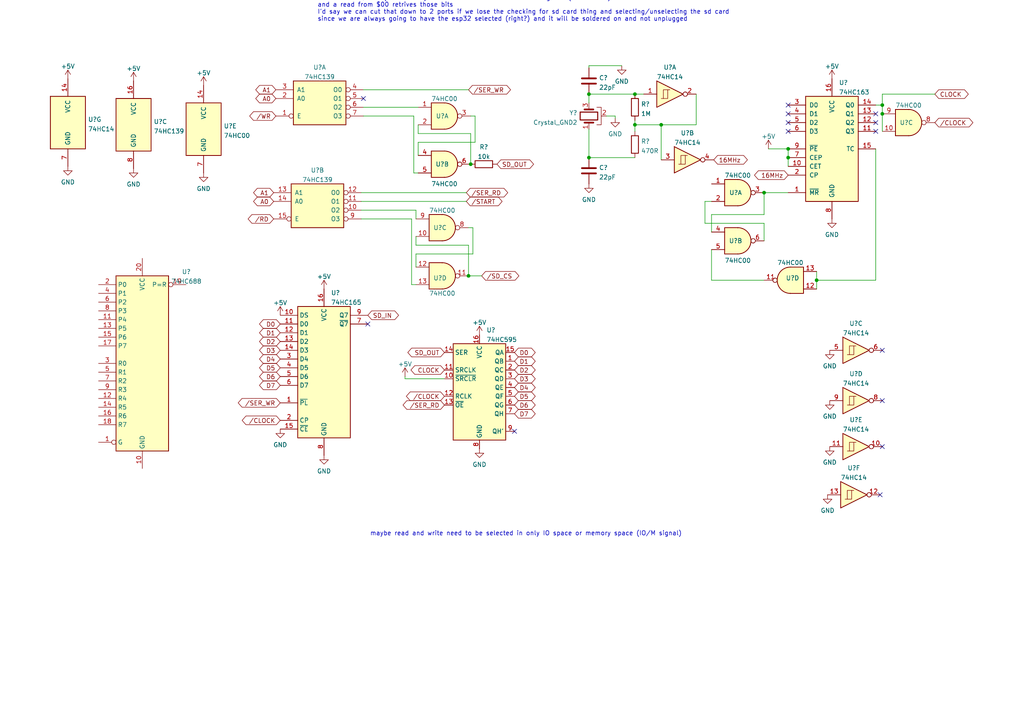
<source format=kicad_sch>
(kicad_sch (version 20211123) (generator eeschema)
  (paper "A4")
  (lib_symbols
    (symbol "74xx:74HC14" (pin_names (offset 1.016))
      (property "Reference" "U" (at 0 1.27 0))
      (property "Value" "74HC14" (at 0 -1.27 0))
      (symbol "74HC14_1_0"
        (polyline (pts (xy -3.81 3.81) (xy -3.81 -3.81) (xy 3.81 0) (xy -3.81 3.81)) (stroke (width 0.254)) (fill (type background)))
        (pin input line (at -7.62 0 0) (length 3.81) (name "~") (number "1"))
        (pin output inverted (at 7.62 0 180) (length 3.81) (name "~") (number "2"))
      )
      (symbol "74HC14_1_1"
        (polyline (pts (xy -1.905 -1.27) (xy -1.905 1.27) (xy -0.635 1.27)))
        (polyline (pts (xy -2.54 -1.27) (xy -0.635 -1.27) (xy -0.635 1.27) (xy 0 1.27)))
      )
      (symbol "74HC14_2_0"
        (polyline (pts (xy -3.81 3.81) (xy -3.81 -3.81) (xy 3.81 0) (xy -3.81 3.81)) (stroke (width 0.254)) (fill (type background)))
        (pin input line (at -7.62 0 0) (length 3.81) (name "~") (number "3"))
        (pin output inverted (at 7.62 0 180) (length 3.81) (name "~") (number "4"))
      )
      (symbol "74HC14_2_1"
        (polyline (pts (xy -1.905 -1.27) (xy -1.905 1.27) (xy -0.635 1.27)))
        (polyline (pts (xy -2.54 -1.27) (xy -0.635 -1.27) (xy -0.635 1.27) (xy 0 1.27)))
      )
      (symbol "74HC14_3_0"
        (polyline (pts (xy -3.81 3.81) (xy -3.81 -3.81) (xy 3.81 0) (xy -3.81 3.81)) (stroke (width 0.254)) (fill (type background)))
        (pin input line (at -7.62 0 0) (length 3.81) (name "~") (number "5"))
        (pin output inverted (at 7.62 0 180) (length 3.81) (name "~") (number "6"))
      )
      (symbol "74HC14_3_1"
        (polyline (pts (xy -1.905 -1.27) (xy -1.905 1.27) (xy -0.635 1.27)))
        (polyline (pts (xy -2.54 -1.27) (xy -0.635 -1.27) (xy -0.635 1.27) (xy 0 1.27)))
      )
      (symbol "74HC14_4_0"
        (polyline (pts (xy -3.81 3.81) (xy -3.81 -3.81) (xy 3.81 0) (xy -3.81 3.81)) (stroke (width 0.254)) (fill (type background)))
        (pin output inverted (at 7.62 0 180) (length 3.81) (name "~") (number "8"))
        (pin input line (at -7.62 0 0) (length 3.81) (name "~") (number "9"))
      )
      (symbol "74HC14_4_1"
        (polyline (pts (xy -1.905 -1.27) (xy -1.905 1.27) (xy -0.635 1.27)))
        (polyline (pts (xy -2.54 -1.27) (xy -0.635 -1.27) (xy -0.635 1.27) (xy 0 1.27)))
      )
      (symbol "74HC14_5_0"
        (polyline (pts (xy -3.81 3.81) (xy -3.81 -3.81) (xy 3.81 0) (xy -3.81 3.81)) (stroke (width 0.254)) (fill (type background)))
        (pin output inverted (at 7.62 0 180) (length 3.81) (name "~") (number "10"))
        (pin input line (at -7.62 0 0) (length 3.81) (name "~") (number "11"))
      )
      (symbol "74HC14_5_1"
        (polyline (pts (xy -1.905 -1.27) (xy -1.905 1.27) (xy -0.635 1.27)))
        (polyline (pts (xy -2.54 -1.27) (xy -0.635 -1.27) (xy -0.635 1.27) (xy 0 1.27)))
      )
      (symbol "74HC14_6_0"
        (polyline (pts (xy -3.81 3.81) (xy -3.81 -3.81) (xy 3.81 0) (xy -3.81 3.81)) (stroke (width 0.254)) (fill (type background)))
        (pin output inverted (at 7.62 0 180) (length 3.81) (name "~") (number "12"))
        (pin input line (at -7.62 0 0) (length 3.81) (name "~") (number "13"))
      )
      (symbol "74HC14_6_1"
        (polyline (pts (xy -1.905 -1.27) (xy -1.905 1.27) (xy -0.635 1.27)))
        (polyline (pts (xy -2.54 -1.27) (xy -0.635 -1.27) (xy -0.635 1.27) (xy 0 1.27)))
      )
      (symbol "74HC14_7_0"
        (pin power_in line (at 0 12.7 270) (length 5.08) (name "VCC") (number "14"))
        (pin power_in line (at 0 -12.7 90) (length 5.08) (name "GND") (number "7"))
      )
      (symbol "74HC14_7_1"
        (rectangle (start -5.08 7.62) (end 5.08 -7.62) (stroke (width 0.254)) (fill (type background)))
      )
    )
    (symbol "74xx:74HC688"
      (property "Reference" "U" (at -7.62 26.67 0))
      (property "Value" "74HC688" (at -7.62 -26.67 0))
      (symbol "74HC688_1_0"
        (pin input inverted (at -12.7 -22.86 0) (length 5.08) (name "G") (number "1"))
        (pin power_in line (at 0 -30.48 90) (length 5.08) (name "GND") (number "10"))
        (pin input line (at -12.7 12.7 0) (length 5.08) (name "P4") (number "11"))
        (pin input line (at -12.7 -10.16 0) (length 5.08) (name "R4") (number "12"))
        (pin input line (at -12.7 10.16 0) (length 5.08) (name "P5") (number "13"))
        (pin input line (at -12.7 -12.7 0) (length 5.08) (name "R5") (number "14"))
        (pin input line (at -12.7 7.62 0) (length 5.08) (name "P6") (number "15"))
        (pin input line (at -12.7 -15.24 0) (length 5.08) (name "R6") (number "16"))
        (pin input line (at -12.7 5.08 0) (length 5.08) (name "P7") (number "17"))
        (pin input line (at -12.7 -17.78 0) (length 5.08) (name "R7") (number "18"))
        (pin output inverted (at 12.7 22.86 180) (length 5.08) (name "P=R") (number "19"))
        (pin input line (at -12.7 22.86 0) (length 5.08) (name "P0") (number "2"))
        (pin power_in line (at 0 30.48 270) (length 5.08) (name "VCC") (number "20"))
        (pin input line (at -12.7 0 0) (length 5.08) (name "R0") (number "3"))
        (pin input line (at -12.7 20.32 0) (length 5.08) (name "P1") (number "4"))
        (pin input line (at -12.7 -2.54 0) (length 5.08) (name "R1") (number "5"))
        (pin input line (at -12.7 17.78 0) (length 5.08) (name "P2") (number "6"))
        (pin input line (at -12.7 -5.08 0) (length 5.08) (name "R2") (number "7"))
        (pin input line (at -12.7 15.24 0) (length 5.08) (name "P3") (number "8"))
        (pin input line (at -12.7 -7.62 0) (length 5.08) (name "R3") (number "9"))
      )
      (symbol "74HC688_1_1"
        (rectangle (start -7.62 25.4) (end 7.62 -25.4) (stroke (width 0.254)) (fill (type background)))
      )
    )
    (symbol "74xx:74LS00" (pin_names (offset 1.016))
      (property "Reference" "U" (at 0 1.27 0))
      (property "Value" "74LS00" (at 0 -1.27 0))
      (symbol "74LS00_1_1"
        (arc (start 0 -3.81) (mid 3.81 0) (end 0 3.81) (stroke (width 0.254)) (fill (type background)))
        (polyline (pts (xy 0 3.81) (xy -3.81 3.81) (xy -3.81 -3.81) (xy 0 -3.81)) (stroke (width 0.254)) (fill (type background)))
        (pin input line (at -7.62 2.54 0) (length 3.81) (name "~") (number "1"))
        (pin input line (at -7.62 -2.54 0) (length 3.81) (name "~") (number "2"))
        (pin output inverted (at 7.62 0 180) (length 3.81) (name "~") (number "3"))
      )
      (symbol "74LS00_1_2"
        (arc (start -3.81 -3.81) (mid -2.589 0) (end -3.81 3.81) (stroke (width 0.254)))
        (arc (start -0.6096 -3.81) (mid 2.1855 -2.584) (end 3.81 0) (stroke (width 0.254)) (fill (type background)))
        (polyline (pts (xy -3.81 -3.81) (xy -0.635 -3.81)) (stroke (width 0.254)) (fill (type background)))
        (polyline (pts (xy -3.81 3.81) (xy -0.635 3.81)) (stroke (width 0.254)) (fill (type background)))
        (polyline (pts (xy -0.635 3.81) (xy -3.81 3.81) (xy -3.81 3.81) (xy -3.556 3.4036) (xy -3.0226 2.2606) (xy -2.6924 1.0414) (xy -2.6162 -0.254) (xy -2.7686 -1.4986) (xy -3.175 -2.7178) (xy -3.81 -3.81) (xy -3.81 -3.81) (xy -0.635 -3.81)) (stroke (width -25.4)) (fill (type background)))
        (arc (start 3.81 0) (mid 2.1928 2.5925) (end -0.6096 3.81) (stroke (width 0.254)) (fill (type background)))
        (pin input inverted (at -7.62 2.54 0) (length 4.318) (name "~") (number "1"))
        (pin input inverted (at -7.62 -2.54 0) (length 4.318) (name "~") (number "2"))
        (pin output line (at 7.62 0 180) (length 3.81) (name "~") (number "3"))
      )
      (symbol "74LS00_2_1"
        (arc (start 0 -3.81) (mid 3.81 0) (end 0 3.81) (stroke (width 0.254)) (fill (type background)))
        (polyline (pts (xy 0 3.81) (xy -3.81 3.81) (xy -3.81 -3.81) (xy 0 -3.81)) (stroke (width 0.254)) (fill (type background)))
        (pin input line (at -7.62 2.54 0) (length 3.81) (name "~") (number "4"))
        (pin input line (at -7.62 -2.54 0) (length 3.81) (name "~") (number "5"))
        (pin output inverted (at 7.62 0 180) (length 3.81) (name "~") (number "6"))
      )
      (symbol "74LS00_2_2"
        (arc (start -3.81 -3.81) (mid -2.589 0) (end -3.81 3.81) (stroke (width 0.254)))
        (arc (start -0.6096 -3.81) (mid 2.1855 -2.584) (end 3.81 0) (stroke (width 0.254)) (fill (type background)))
        (polyline (pts (xy -3.81 -3.81) (xy -0.635 -3.81)) (stroke (width 0.254)) (fill (type background)))
        (polyline (pts (xy -3.81 3.81) (xy -0.635 3.81)) (stroke (width 0.254)) (fill (type background)))
        (polyline (pts (xy -0.635 3.81) (xy -3.81 3.81) (xy -3.81 3.81) (xy -3.556 3.4036) (xy -3.0226 2.2606) (xy -2.6924 1.0414) (xy -2.6162 -0.254) (xy -2.7686 -1.4986) (xy -3.175 -2.7178) (xy -3.81 -3.81) (xy -3.81 -3.81) (xy -0.635 -3.81)) (stroke (width -25.4)) (fill (type background)))
        (arc (start 3.81 0) (mid 2.1928 2.5925) (end -0.6096 3.81) (stroke (width 0.254)) (fill (type background)))
        (pin input inverted (at -7.62 2.54 0) (length 4.318) (name "~") (number "4"))
        (pin input inverted (at -7.62 -2.54 0) (length 4.318) (name "~") (number "5"))
        (pin output line (at 7.62 0 180) (length 3.81) (name "~") (number "6"))
      )
      (symbol "74LS00_3_1"
        (arc (start 0 -3.81) (mid 3.81 0) (end 0 3.81) (stroke (width 0.254)) (fill (type background)))
        (polyline (pts (xy 0 3.81) (xy -3.81 3.81) (xy -3.81 -3.81) (xy 0 -3.81)) (stroke (width 0.254)) (fill (type background)))
        (pin input line (at -7.62 -2.54 0) (length 3.81) (name "~") (number "10"))
        (pin output inverted (at 7.62 0 180) (length 3.81) (name "~") (number "8"))
        (pin input line (at -7.62 2.54 0) (length 3.81) (name "~") (number "9"))
      )
      (symbol "74LS00_3_2"
        (arc (start -3.81 -3.81) (mid -2.589 0) (end -3.81 3.81) (stroke (width 0.254)))
        (arc (start -0.6096 -3.81) (mid 2.1855 -2.584) (end 3.81 0) (stroke (width 0.254)) (fill (type background)))
        (polyline (pts (xy -3.81 -3.81) (xy -0.635 -3.81)) (stroke (width 0.254)) (fill (type background)))
        (polyline (pts (xy -3.81 3.81) (xy -0.635 3.81)) (stroke (width 0.254)) (fill (type background)))
        (polyline (pts (xy -0.635 3.81) (xy -3.81 3.81) (xy -3.81 3.81) (xy -3.556 3.4036) (xy -3.0226 2.2606) (xy -2.6924 1.0414) (xy -2.6162 -0.254) (xy -2.7686 -1.4986) (xy -3.175 -2.7178) (xy -3.81 -3.81) (xy -3.81 -3.81) (xy -0.635 -3.81)) (stroke (width -25.4)) (fill (type background)))
        (arc (start 3.81 0) (mid 2.1928 2.5925) (end -0.6096 3.81) (stroke (width 0.254)) (fill (type background)))
        (pin input inverted (at -7.62 -2.54 0) (length 4.318) (name "~") (number "10"))
        (pin output line (at 7.62 0 180) (length 3.81) (name "~") (number "8"))
        (pin input inverted (at -7.62 2.54 0) (length 4.318) (name "~") (number "9"))
      )
      (symbol "74LS00_4_1"
        (arc (start 0 -3.81) (mid 3.81 0) (end 0 3.81) (stroke (width 0.254)) (fill (type background)))
        (polyline (pts (xy 0 3.81) (xy -3.81 3.81) (xy -3.81 -3.81) (xy 0 -3.81)) (stroke (width 0.254)) (fill (type background)))
        (pin output inverted (at 7.62 0 180) (length 3.81) (name "~") (number "11"))
        (pin input line (at -7.62 2.54 0) (length 3.81) (name "~") (number "12"))
        (pin input line (at -7.62 -2.54 0) (length 3.81) (name "~") (number "13"))
      )
      (symbol "74LS00_4_2"
        (arc (start -3.81 -3.81) (mid -2.589 0) (end -3.81 3.81) (stroke (width 0.254)))
        (arc (start -0.6096 -3.81) (mid 2.1855 -2.584) (end 3.81 0) (stroke (width 0.254)) (fill (type background)))
        (polyline (pts (xy -3.81 -3.81) (xy -0.635 -3.81)) (stroke (width 0.254)) (fill (type background)))
        (polyline (pts (xy -3.81 3.81) (xy -0.635 3.81)) (stroke (width 0.254)) (fill (type background)))
        (polyline (pts (xy -0.635 3.81) (xy -3.81 3.81) (xy -3.81 3.81) (xy -3.556 3.4036) (xy -3.0226 2.2606) (xy -2.6924 1.0414) (xy -2.6162 -0.254) (xy -2.7686 -1.4986) (xy -3.175 -2.7178) (xy -3.81 -3.81) (xy -3.81 -3.81) (xy -0.635 -3.81)) (stroke (width -25.4)) (fill (type background)))
        (arc (start 3.81 0) (mid 2.1928 2.5925) (end -0.6096 3.81) (stroke (width 0.254)) (fill (type background)))
        (pin output line (at 7.62 0 180) (length 3.81) (name "~") (number "11"))
        (pin input inverted (at -7.62 2.54 0) (length 4.318) (name "~") (number "12"))
        (pin input inverted (at -7.62 -2.54 0) (length 4.318) (name "~") (number "13"))
      )
      (symbol "74LS00_5_0"
        (pin power_in line (at 0 12.7 270) (length 5.08) (name "VCC") (number "14"))
        (pin power_in line (at 0 -12.7 90) (length 5.08) (name "GND") (number "7"))
      )
      (symbol "74LS00_5_1"
        (rectangle (start -5.08 7.62) (end 5.08 -7.62) (stroke (width 0.254)) (fill (type background)))
      )
    )
    (symbol "74xx:74LS139" (pin_names (offset 1.016))
      (property "Reference" "U" (at -7.62 8.89 0))
      (property "Value" "74LS139" (at -7.62 -8.89 0))
      (symbol "74LS139_1_0"
        (pin input inverted (at -12.7 -5.08 0) (length 5.08) (name "E") (number "1"))
        (pin input line (at -12.7 0 0) (length 5.08) (name "A0") (number "2"))
        (pin input line (at -12.7 2.54 0) (length 5.08) (name "A1") (number "3"))
        (pin output inverted (at 12.7 2.54 180) (length 5.08) (name "O0") (number "4"))
        (pin output inverted (at 12.7 0 180) (length 5.08) (name "O1") (number "5"))
        (pin output inverted (at 12.7 -2.54 180) (length 5.08) (name "O2") (number "6"))
        (pin output inverted (at 12.7 -5.08 180) (length 5.08) (name "O3") (number "7"))
      )
      (symbol "74LS139_1_1"
        (rectangle (start -7.62 5.08) (end 7.62 -7.62) (stroke (width 0.254)) (fill (type background)))
      )
      (symbol "74LS139_2_0"
        (pin output inverted (at 12.7 -2.54 180) (length 5.08) (name "O2") (number "10"))
        (pin output inverted (at 12.7 0 180) (length 5.08) (name "O1") (number "11"))
        (pin output inverted (at 12.7 2.54 180) (length 5.08) (name "O0") (number "12"))
        (pin input line (at -12.7 2.54 0) (length 5.08) (name "A1") (number "13"))
        (pin input line (at -12.7 0 0) (length 5.08) (name "A0") (number "14"))
        (pin input inverted (at -12.7 -5.08 0) (length 5.08) (name "E") (number "15"))
        (pin output inverted (at 12.7 -5.08 180) (length 5.08) (name "O3") (number "9"))
      )
      (symbol "74LS139_2_1"
        (rectangle (start -7.62 5.08) (end 7.62 -7.62) (stroke (width 0.254)) (fill (type background)))
      )
      (symbol "74LS139_3_0"
        (pin power_in line (at 0 12.7 270) (length 5.08) (name "VCC") (number "16"))
        (pin power_in line (at 0 -12.7 90) (length 5.08) (name "GND") (number "8"))
      )
      (symbol "74LS139_3_1"
        (rectangle (start -5.08 7.62) (end 5.08 -7.62) (stroke (width 0.254)) (fill (type background)))
      )
    )
    (symbol "74xx:74LS163" (pin_names (offset 1.016))
      (property "Reference" "U" (at -7.62 16.51 0))
      (property "Value" "74LS163" (at -7.62 -16.51 0))
      (symbol "74LS163_1_0"
        (pin input line (at -12.7 -12.7 0) (length 5.08) (name "~{MR}") (number "1"))
        (pin input line (at -12.7 -5.08 0) (length 5.08) (name "CET") (number "10"))
        (pin output line (at 12.7 5.08 180) (length 5.08) (name "Q3") (number "11"))
        (pin output line (at 12.7 7.62 180) (length 5.08) (name "Q2") (number "12"))
        (pin output line (at 12.7 10.16 180) (length 5.08) (name "Q1") (number "13"))
        (pin output line (at 12.7 12.7 180) (length 5.08) (name "Q0") (number "14"))
        (pin output line (at 12.7 0 180) (length 5.08) (name "TC") (number "15"))
        (pin power_in line (at 0 20.32 270) (length 5.08) (name "VCC") (number "16"))
        (pin input line (at -12.7 -7.62 0) (length 5.08) (name "CP") (number "2"))
        (pin input line (at -12.7 12.7 0) (length 5.08) (name "D0") (number "3"))
        (pin input line (at -12.7 10.16 0) (length 5.08) (name "D1") (number "4"))
        (pin input line (at -12.7 7.62 0) (length 5.08) (name "D2") (number "5"))
        (pin input line (at -12.7 5.08 0) (length 5.08) (name "D3") (number "6"))
        (pin input line (at -12.7 -2.54 0) (length 5.08) (name "CEP") (number "7"))
        (pin power_in line (at 0 -20.32 90) (length 5.08) (name "GND") (number "8"))
        (pin input line (at -12.7 0 0) (length 5.08) (name "~{PE}") (number "9"))
      )
      (symbol "74LS163_1_1"
        (rectangle (start -7.62 15.24) (end 7.62 -15.24) (stroke (width 0.254)) (fill (type background)))
      )
    )
    (symbol "74xx:74LS165"
      (property "Reference" "U" (at -7.62 19.05 0))
      (property "Value" "74LS165" (at -7.62 -21.59 0))
      (symbol "74LS165_1_0"
        (pin input line (at -12.7 -10.16 0) (length 5.08) (name "~{PL}") (number "1"))
        (pin input line (at -12.7 15.24 0) (length 5.08) (name "DS") (number "10"))
        (pin input line (at -12.7 12.7 0) (length 5.08) (name "D0") (number "11"))
        (pin input line (at -12.7 10.16 0) (length 5.08) (name "D1") (number "12"))
        (pin input line (at -12.7 7.62 0) (length 5.08) (name "D2") (number "13"))
        (pin input line (at -12.7 5.08 0) (length 5.08) (name "D3") (number "14"))
        (pin input line (at -12.7 -17.78 0) (length 5.08) (name "~{CE}") (number "15"))
        (pin power_in line (at 0 22.86 270) (length 5.08) (name "VCC") (number "16"))
        (pin input line (at -12.7 -15.24 0) (length 5.08) (name "CP") (number "2"))
        (pin input line (at -12.7 2.54 0) (length 5.08) (name "D4") (number "3"))
        (pin input line (at -12.7 0 0) (length 5.08) (name "D5") (number "4"))
        (pin input line (at -12.7 -2.54 0) (length 5.08) (name "D6") (number "5"))
        (pin input line (at -12.7 -5.08 0) (length 5.08) (name "D7") (number "6"))
        (pin output line (at 12.7 12.7 180) (length 5.08) (name "~{Q7}") (number "7"))
        (pin power_in line (at 0 -25.4 90) (length 5.08) (name "GND") (number "8"))
        (pin output line (at 12.7 15.24 180) (length 5.08) (name "Q7") (number "9"))
      )
      (symbol "74LS165_1_1"
        (rectangle (start -7.62 17.78) (end 7.62 -20.32) (stroke (width 0.254)) (fill (type background)))
      )
    )
    (symbol "74xx:74LS595"
      (property "Reference" "U" (at -7.62 13.97 0))
      (property "Value" "74LS595" (at -7.62 -16.51 0))
      (symbol "74LS595_1_0"
        (pin tri_state line (at 10.16 7.62 180) (length 2.54) (name "QB") (number "1"))
        (pin input line (at -10.16 2.54 0) (length 2.54) (name "~{SRCLR}") (number "10"))
        (pin input line (at -10.16 5.08 0) (length 2.54) (name "SRCLK") (number "11"))
        (pin input line (at -10.16 -2.54 0) (length 2.54) (name "RCLK") (number "12"))
        (pin input line (at -10.16 -5.08 0) (length 2.54) (name "~{OE}") (number "13"))
        (pin input line (at -10.16 10.16 0) (length 2.54) (name "SER") (number "14"))
        (pin tri_state line (at 10.16 10.16 180) (length 2.54) (name "QA") (number "15"))
        (pin power_in line (at 0 15.24 270) (length 2.54) (name "VCC") (number "16"))
        (pin tri_state line (at 10.16 5.08 180) (length 2.54) (name "QC") (number "2"))
        (pin tri_state line (at 10.16 2.54 180) (length 2.54) (name "QD") (number "3"))
        (pin tri_state line (at 10.16 0 180) (length 2.54) (name "QE") (number "4"))
        (pin tri_state line (at 10.16 -2.54 180) (length 2.54) (name "QF") (number "5"))
        (pin tri_state line (at 10.16 -5.08 180) (length 2.54) (name "QG") (number "6"))
        (pin tri_state line (at 10.16 -7.62 180) (length 2.54) (name "QH") (number "7"))
        (pin power_in line (at 0 -17.78 90) (length 2.54) (name "GND") (number "8"))
        (pin output line (at 10.16 -12.7 180) (length 2.54) (name "QH'") (number "9"))
      )
      (symbol "74LS595_1_1"
        (rectangle (start -7.62 12.7) (end 7.62 -15.24) (stroke (width 0.254)) (fill (type background)))
      )
    )
    (symbol "Device:C" (pin_numbers hide) (pin_names (offset 0.254))
      (property "Reference" "C" (at 0.635 2.54 0))
      (property "Value" "C" (at 0.635 -2.54 0))
      (symbol "C_0_1"
        (polyline (pts (xy -2.032 -0.762) (xy 2.032 -0.762)) (stroke (width 0.508)))
        (polyline (pts (xy -2.032 0.762) (xy 2.032 0.762)) (stroke (width 0.508)))
      )
      (symbol "C_1_1"
        (pin passive line (at 0 3.81 270) (length 2.794) (name "~") (number "1"))
        (pin passive line (at 0 -3.81 90) (length 2.794) (name "~") (number "2"))
      )
    )
    (symbol "Device:Crystal_GND2" (pin_names (offset 1.016) hide)
      (property "Reference" "Y" (at 0 5.715 0))
      (property "Value" "Crystal_GND2" (at 0 3.81 0))
      (symbol "Crystal_GND2_0_1"
        (rectangle (start -1.143 2.54) (end 1.143 -2.54) (stroke (width 0.3048)))
        (polyline (pts (xy -2.54 0) (xy -1.905 0)))
        (polyline (pts (xy -1.905 -1.27) (xy -1.905 1.27)) (stroke (width 0.508)))
        (polyline (pts (xy 0 -3.81) (xy 0 -3.556)))
        (polyline (pts (xy 1.905 0) (xy 2.54 0)))
        (polyline (pts (xy 1.905 1.27) (xy 1.905 -1.27)) (stroke (width 0.508)))
        (polyline (pts (xy -2.54 -2.286) (xy -2.54 -3.556) (xy 2.54 -3.556) (xy 2.54 -2.286)))
      )
      (symbol "Crystal_GND2_1_1"
        (pin passive line (at -3.81 0 0) (length 1.27) (name "1") (number "1"))
        (pin passive line (at 0 -5.08 90) (length 1.27) (name "2") (number "2"))
        (pin passive line (at 3.81 0 180) (length 1.27) (name "3") (number "3"))
      )
    )
    (symbol "Device:R" (pin_numbers hide) (pin_names (offset 0))
      (property "Reference" "R" (at 2.032 0 90))
      (property "Value" "R" (at 0 0 90))
      (symbol "R_0_1"
        (rectangle (start -1.016 -2.54) (end 1.016 2.54) (stroke (width 0.254)))
      )
      (symbol "R_1_1"
        (pin passive line (at 0 3.81 270) (length 1.27) (name "~") (number "1"))
        (pin passive line (at 0 -3.81 90) (length 1.27) (name "~") (number "2"))
      )
    )
    (symbol "power:+5V" (power) (pin_names (offset 0))
      (property "Value" "+5V" (at 0 3.556 0))
      (symbol "+5V_0_1"
        (polyline (pts (xy -0.762 1.27) (xy 0 2.54)))
        (polyline (pts (xy 0 0) (xy 0 2.54)))
        (polyline (pts (xy 0 2.54) (xy 0.762 1.27)))
      )
      (symbol "+5V_1_1"
        (pin power_in line (at 0 0 90) (length 0) hide (name "+5V") (number "1"))
      )
    )
    (symbol "power:GND" (power) (pin_names (offset 0))
      (property "Value" "GND" (at 0 -3.81 0))
      (symbol "GND_0_1"
        (polyline (pts (xy 0 0) (xy 0 -1.27) (xy 1.27 -1.27) (xy 0 -2.54) (xy -1.27 -1.27) (xy 0 -1.27)))
      )
      (symbol "GND_1_1"
        (pin power_in line (at 0 0 270) (length 0) hide (name "GND") (number "1"))
      )
    )
  )
  (junction (at 170.815 27.305))
  (junction (at 184.15 36.195))
  (junction (at 184.15 27.305))
  (junction (at 236.855 81.28))
  (junction (at 255.905 33.02))
  (junction (at 228.6 45.72))
  (junction (at 191.77 36.195))
  (junction (at 255.905 30.48))
  (junction (at 170.815 45.72))
  (junction (at 135.89 80.01))
  (junction (at 228.6 43.18))
  (junction (at 136.525 47.625))
  (junction (at 221.615 55.88))
  (no_connect (at 228.6 35.56))
  (no_connect (at 255.905 129.54))
  (no_connect (at 228.6 33.02))
  (no_connect (at 254 38.1))
  (no_connect (at 255.905 116.205))
  (no_connect (at 228.6 38.1))
  (no_connect (at 149.225 125.095))
  (no_connect (at 255.27 143.51))
  (no_connect (at 105.41 28.575))
  (no_connect (at 106.68 93.98))
  (no_connect (at 228.6 30.48))
  (no_connect (at 254 33.02))
  (no_connect (at 254 35.56))
  (no_connect (at 255.905 101.6))
  (wire (pts (xy 136.525 33.655) (xy 137.795 33.655)))
  (wire (pts (xy 135.89 66.04) (xy 137.16 66.04)))
  (wire (pts (xy 254 43.18) (xy 254 81.28)))
  (wire (pts (xy 221.615 64.77) (xy 221.615 69.85)))
  (wire (pts (xy 120.015 33.655) (xy 120.015 50.165)))
  (wire (pts (xy 117.475 109.855) (xy 117.475 109.22)))
  (wire (pts (xy 221.615 81.28) (xy 206.375 81.28)))
  (wire (pts (xy 255.905 33.02) (xy 255.905 38.1)))
  (wire (pts (xy 206.375 58.42) (xy 204.47 58.42)))
  (wire (pts (xy 135.89 71.12) (xy 135.89 80.01)))
  (wire (pts (xy 104.775 63.5) (xy 119.38 63.5)))
  (wire (pts (xy 221.615 62.23) (xy 206.375 62.23)))
  (wire (pts (xy 104.775 55.88) (xy 135.255 55.88)))
  (wire (pts (xy 201.93 27.305) (xy 201.93 36.195)))
  (wire (pts (xy 204.47 58.42) (xy 204.47 64.77)))
  (wire (pts (xy 105.41 31.115) (xy 121.285 31.115)))
  (wire (pts (xy 236.855 78.74) (xy 236.855 81.28)))
  (wire (pts (xy 120.65 68.58) (xy 120.65 71.12)))
  (wire (pts (xy 170.815 27.305) (xy 170.815 29.845)))
  (wire (pts (xy 184.15 27.305) (xy 170.815 27.305)))
  (wire (pts (xy 180.34 19.05) (xy 170.815 19.05)))
  (wire (pts (xy 120.65 71.12) (xy 135.89 71.12)))
  (wire (pts (xy 184.15 36.195) (xy 184.15 38.1)))
  (wire (pts (xy 221.615 55.88) (xy 221.615 62.23)))
  (wire (pts (xy 119.38 82.55) (xy 120.65 82.55)))
  (wire (pts (xy 104.775 58.42) (xy 135.255 58.42)))
  (wire (pts (xy 191.77 36.195) (xy 201.93 36.195)))
  (wire (pts (xy 104.775 60.96) (xy 120.65 60.96)))
  (wire (pts (xy 137.795 33.655) (xy 137.795 41.275)))
  (wire (pts (xy 236.855 81.28) (xy 236.855 83.82)))
  (wire (pts (xy 184.15 34.925) (xy 184.15 36.195)))
  (wire (pts (xy 170.815 45.72) (xy 184.15 45.72)))
  (wire (pts (xy 175.895 33.655) (xy 178.435 33.655)))
  (wire (pts (xy 255.905 30.48) (xy 255.905 33.02)))
  (wire (pts (xy 170.815 37.465) (xy 170.815 45.72)))
  (wire (pts (xy 105.41 33.655) (xy 120.015 33.655)))
  (wire (pts (xy 254 30.48) (xy 255.905 30.48)))
  (wire (pts (xy 255.905 27.305) (xy 271.145 27.305)))
  (wire (pts (xy 184.15 27.305) (xy 186.69 27.305)))
  (wire (pts (xy 254 81.28) (xy 236.855 81.28)))
  (wire (pts (xy 206.375 81.28) (xy 206.375 72.39)))
  (wire (pts (xy 221.615 55.88) (xy 228.6 55.88)))
  (wire (pts (xy 206.375 62.23) (xy 206.375 67.31)))
  (wire (pts (xy 228.6 43.18) (xy 222.885 43.18)))
  (wire (pts (xy 255.905 30.48) (xy 255.905 27.305)))
  (wire (pts (xy 120.015 50.165) (xy 121.285 50.165)))
  (wire (pts (xy 137.16 73.66) (xy 120.65 73.66)))
  (wire (pts (xy 191.77 36.195) (xy 191.77 46.355)))
  (wire (pts (xy 204.47 64.77) (xy 221.615 64.77)))
  (wire (pts (xy 170.815 19.05) (xy 170.815 19.685)))
  (wire (pts (xy 121.285 36.195) (xy 121.285 38.735)))
  (wire (pts (xy 135.89 80.01) (xy 139.7 80.01)))
  (wire (pts (xy 128.905 109.855) (xy 117.475 109.855)))
  (wire (pts (xy 119.38 63.5) (xy 119.38 82.55)))
  (wire (pts (xy 178.435 33.655) (xy 178.435 34.29)))
  (wire (pts (xy 121.285 38.735) (xy 136.525 38.735)))
  (wire (pts (xy 105.41 26.035) (xy 135.89 26.035)))
  (wire (pts (xy 121.285 41.275) (xy 121.285 45.085)))
  (wire (pts (xy 137.16 66.04) (xy 137.16 73.66)))
  (wire (pts (xy 228.6 48.26) (xy 228.6 45.72)))
  (wire (pts (xy 184.15 36.195) (xy 191.77 36.195)))
  (wire (pts (xy 136.525 38.735) (xy 136.525 47.625)))
  (wire (pts (xy 137.795 41.275) (xy 121.285 41.275)))
  (wire (pts (xy 120.65 73.66) (xy 120.65 77.47)))
  (wire (pts (xy 120.65 60.96) (xy 120.65 63.5)))
  (wire (pts (xy 228.6 45.72) (xy 228.6 43.18)))
  (text "maybe read and write need to be selected in only IO space or memory space (IO/M signal)\n" (at 107.315 155.575 0) (effects (font (size 1.27 1.27)) (justify left bottom)))
  (text "we need 4 ports for this exact circuit\na write to $00 writes a byte out\na write to $01 goes nowhere\na write to $02 sets (or unsets?) the SD_OUT teltale to see if a spi device is present\nand a write to $03 does the opposite\na read from $02 and $03 set or unset the CS line\nwhich we may not care about\na read from $01 asynchronously clocks in 8 data bits to a shift register (kicks it off)\nand a read from $00 retrives those bits\nI'd say we can cut that down to 2 ports if we lose the checking for sd card thing and selecting/unselecting the sd card\nsince we are always going to have the esp32 selected (right?) and it will be soldered on and not unplugged" (at 92.075 6.35 0) (effects (font (size 1.27 1.27)) (justify left bottom)))
  (global_label "A0" (shape bidirectional) (at 79.375 58.42 180) (property "Intersheet References" "${INTERSHEET_REFS}" (effects hide)))
  (global_label "D3" (shape bidirectional) (at 81.28 101.6 180) (property "Intersheet References" "${INTERSHEET_REFS}" (effects hide)))
  (global_label "16MHz" (shape bidirectional) (at 207.01 46.355 0) (property "Intersheet References" "${INTERSHEET_REFS}" (effects hide)))
  (global_label "A0" (shape bidirectional) (at 80.01 28.575 180) (property "Intersheet References" "${INTERSHEET_REFS}" (effects hide)))
  (global_label "D1" (shape bidirectional) (at 149.225 104.775 0) (property "Intersheet References" "${INTERSHEET_REFS}" (effects hide)))
  (global_label "D4" (shape bidirectional) (at 81.28 104.14 180) (property "Intersheet References" "${INTERSHEET_REFS}" (effects hide)))
  (global_label "D2" (shape bidirectional) (at 149.225 107.315 0) (property "Intersheet References" "${INTERSHEET_REFS}" (effects hide)))
  (global_label "D0" (shape bidirectional) (at 149.225 102.235 0) (property "Intersheet References" "${INTERSHEET_REFS}" (effects hide)))
  (global_label "{slash}SER_WR" (shape bidirectional) (at 81.28 116.84 180) (property "Intersheet References" "${INTERSHEET_REFS}" (effects hide)))
  (global_label "{slash}SER_RD" (shape bidirectional) (at 128.905 117.475 180) (property "Intersheet References" "${INTERSHEET_REFS}" (effects hide)))
  (global_label "D1" (shape bidirectional) (at 81.28 96.52 180) (property "Intersheet References" "${INTERSHEET_REFS}" (effects hide)))
  (global_label "D0" (shape bidirectional) (at 81.28 93.98 180) (property "Intersheet References" "${INTERSHEET_REFS}" (effects hide)))
  (global_label "{slash}WR" (shape bidirectional) (at 80.01 33.655 180) (property "Intersheet References" "${INTERSHEET_REFS}" (effects hide)))
  (global_label "SD_OUT" (shape bidirectional) (at 144.145 47.625 0) (property "Intersheet References" "${INTERSHEET_REFS}" (effects hide)))
  (global_label "SD_OUT" (shape bidirectional) (at 128.905 102.235 180) (property "Intersheet References" "${INTERSHEET_REFS}" (effects hide)))
  (global_label "D7" (shape bidirectional) (at 81.28 111.76 180) (property "Intersheet References" "${INTERSHEET_REFS}" (effects hide)))
  (global_label "{slash}SER_RD" (shape bidirectional) (at 135.255 55.88 0) (property "Intersheet References" "${INTERSHEET_REFS}" (effects hide)))
  (global_label "{slash}CLOCK" (shape bidirectional) (at 271.145 35.56 0) (property "Intersheet References" "${INTERSHEET_REFS}" (effects hide)))
  (global_label "SD_IN" (shape bidirectional) (at 106.68 91.44 0) (property "Intersheet References" "${INTERSHEET_REFS}" (effects hide)))
  (global_label "{slash}CLOCK" (shape bidirectional) (at 81.28 121.92 180) (property "Intersheet References" "${INTERSHEET_REFS}" (effects hide)))
  (global_label "A1" (shape bidirectional) (at 79.375 55.88 180) (property "Intersheet References" "${INTERSHEET_REFS}" (effects hide)))
  (global_label "{slash}CLOCK" (shape bidirectional) (at 128.905 114.935 180) (property "Intersheet References" "${INTERSHEET_REFS}" (effects hide)))
  (global_label "D7" (shape bidirectional) (at 149.225 120.015 0) (property "Intersheet References" "${INTERSHEET_REFS}" (effects hide)))
  (global_label "D4" (shape bidirectional) (at 149.225 112.395 0) (property "Intersheet References" "${INTERSHEET_REFS}" (effects hide)))
  (global_label "{slash}RD" (shape bidirectional) (at 79.375 63.5 180) (property "Intersheet References" "${INTERSHEET_REFS}" (effects hide)))
  (global_label "D5" (shape bidirectional) (at 149.225 114.935 0) (property "Intersheet References" "${INTERSHEET_REFS}" (effects hide)))
  (global_label "D6" (shape bidirectional) (at 149.225 117.475 0) (property "Intersheet References" "${INTERSHEET_REFS}" (effects hide)))
  (global_label "A1" (shape bidirectional) (at 80.01 26.035 180) (property "Intersheet References" "${INTERSHEET_REFS}" (effects hide)))
  (global_label "D6" (shape bidirectional) (at 81.28 109.22 180) (property "Intersheet References" "${INTERSHEET_REFS}" (effects hide)))
  (global_label "{slash}SER_WR" (shape bidirectional) (at 135.89 26.035 0) (property "Intersheet References" "${INTERSHEET_REFS}" (effects hide)))
  (global_label "D5" (shape bidirectional) (at 81.28 106.68 180) (property "Intersheet References" "${INTERSHEET_REFS}" (effects hide)))
  (global_label "16MHz" (shape bidirectional) (at 228.6 50.8 180) (property "Intersheet References" "${INTERSHEET_REFS}" (effects hide)))
  (global_label "D2" (shape bidirectional) (at 81.28 99.06 180) (property "Intersheet References" "${INTERSHEET_REFS}" (effects hide)))
  (global_label "{slash}SD_CS" (shape bidirectional) (at 139.7 80.01 0) (property "Intersheet References" "${INTERSHEET_REFS}" (effects hide)))
  (global_label "D3" (shape bidirectional) (at 149.225 109.855 0) (property "Intersheet References" "${INTERSHEET_REFS}" (effects hide)))
  (global_label "{slash}START" (shape bidirectional) (at 135.255 58.42 0) (property "Intersheet References" "${INTERSHEET_REFS}" (effects hide)))
  (global_label "CLOCK" (shape bidirectional) (at 271.145 27.305 0) (property "Intersheet References" "${INTERSHEET_REFS}" (effects hide)))
  (global_label "CLOCK" (shape bidirectional) (at 128.905 107.315 180) (property "Intersheet References" "${INTERSHEET_REFS}" (effects hide)))
  (symbol (lib_id "power:GND") (at 93.98 132.08 0) (unit 1)
    (property "Reference" "#PWR?" (effects hide))
    (property "Value" "GND" (at 93.98 136.6425 0))
  )
  (symbol (lib_id "74xx:74HC14") (at 194.31 27.305 0) (unit 1)
    (property "Reference" "U?" (at 194.31 19.5285 0))
    (property "Value" "74HC14" (at 194.31 22.3036 0))
    (property "Datasheet" "http://www.ti.com/lit/gpn/sn74HC14" (effects hide))
  )
  (symbol (lib_id "74xx:74HC688") (at 41.275 105.41 0) (unit 1)
    (property "Reference" "U?" (at 54.0604 78.8248 0))
    (property "Value" "74HC688" (at 54.0604 81.5999 0))
    (property "Datasheet" "https://www.ti.com/lit/ds/symlink/cd54hc688.pdf" (effects hide))
  )
  (symbol (lib_id "power:+5V") (at 222.885 43.18 0) (unit 1)
    (property "Reference" "#PWR?" (effects hide))
    (property "Value" "+5V" (at 222.885 39.5755 0))
  )
  (symbol (lib_id "Device:R") (at 140.335 47.625 90) (unit 1)
    (property "Reference" "R?" (at 140.335 42.6425 90))
    (property "Value" "10k" (at 140.335 45.4176 90))
  )
  (symbol (lib_id "power:+5V") (at 117.475 109.22 0) (unit 1)
    (property "Reference" "#PWR?" (effects hide))
    (property "Value" "+5V" (at 117.475 105.6155 0))
  )
  (symbol (lib_id "power:GND") (at 180.34 19.05 0) (unit 1)
    (property "Reference" "#PWR?" (effects hide))
    (property "Value" "GND" (at 180.34 23.6125 0))
  )
  (symbol (lib_id "74xx:74LS00") (at 213.995 69.85 0) (unit 2)
    (property "Reference" "U?" (at 213.36 69.85 0))
    (property "Value" "74HC00" (at 213.995 75.565 0))
    (property "Datasheet" "http://www.ti.com/lit/gpn/sn74ls00" (effects hide))
  )
  (symbol (lib_id "power:GND") (at 38.735 48.895 0) (unit 1)
    (property "Reference" "#PWR?" (effects hide))
    (property "Value" "GND" (at 38.735 53.4575 0))
  )
  (symbol (lib_id "74xx:74HC14") (at 248.285 116.205 0) (unit 4)
    (property "Reference" "U?" (at 248.285 108.4285 0))
    (property "Value" "74HC14" (at 248.285 111.2036 0))
    (property "Datasheet" "http://www.ti.com/lit/gpn/sn74HC14" (effects hide))
  )
  (symbol (lib_id "power:+5V") (at 241.3 22.86 0) (unit 1)
    (property "Reference" "#PWR?" (effects hide))
    (property "Value" "+5V" (at 241.3 19.2555 0))
  )
  (symbol (lib_id "Device:R") (at 184.15 31.115 0) (unit 1)
    (property "Reference" "R?" (at 185.928 30.2065 0) (effects (justify left)))
    (property "Value" "1M" (at 185.928 32.9816 0) (effects (justify left)))
  )
  (symbol (lib_id "74xx:74LS595") (at 139.065 112.395 0) (unit 1)
    (property "Reference" "U?" (at 141.0844 95.7285 0) (effects (justify left)))
    (property "Value" "74HC595" (at 141.0844 98.5036 0) (effects (justify left)))
    (property "Datasheet" "http://www.ti.com/lit/gpn/sn74ls595" (effects hide))
  )
  (symbol (lib_id "74xx:74LS00") (at 128.905 33.655 0) (unit 1)
    (property "Reference" "U?" (at 128.27 33.655 0))
    (property "Value" "74HC00" (at 128.905 28.6536 0))
    (property "Datasheet" "http://www.ti.com/lit/gpn/sn74ls00" (effects hide))
  )
  (symbol (lib_id "74xx:74LS00") (at 59.055 37.465 0) (unit 5)
    (property "Reference" "U?" (at 64.897 36.5565 0) (effects (justify left)))
    (property "Value" "74HC00" (at 64.897 39.3316 0) (effects (justify left)))
    (property "Datasheet" "http://www.ti.com/lit/gpn/sn74ls00" (effects hide))
  )
  (symbol (lib_id "74xx:74HC14") (at 247.65 143.51 0) (unit 6)
    (property "Reference" "U?" (at 247.65 135.7335 0))
    (property "Value" "74HC14" (at 247.65 138.5086 0))
    (property "Datasheet" "http://www.ti.com/lit/gpn/sn74HC14" (effects hide))
  )
  (symbol (lib_id "power:GND") (at 240.665 116.205 0) (unit 1)
    (property "Reference" "#PWR?" (effects hide))
    (property "Value" "GND" (at 240.665 120.7675 0))
  )
  (symbol (lib_id "74xx:74LS165") (at 93.98 106.68 0) (unit 1)
    (property "Reference" "U?" (at 95.9994 84.9335 0) (effects (justify left)))
    (property "Value" "74HC165" (at 95.9994 87.7086 0) (effects (justify left)))
    (property "Datasheet" "https://www.ti.com/lit/ds/symlink/sn74ls165a.pdf" (effects hide))
  )
  (symbol (lib_id "power:+5V") (at 59.055 24.765 0) (unit 1)
    (property "Reference" "#PWR?" (effects hide))
    (property "Value" "+5V" (at 59.055 21.1605 0))
  )
  (symbol (lib_id "74xx:74LS00") (at 128.27 66.04 0) (unit 3)
    (property "Reference" "U?" (at 127.635 66.04 0))
    (property "Value" "74HC00" (at 128.27 61.0386 0))
    (property "Datasheet" "http://www.ti.com/lit/gpn/sn74ls00" (effects hide))
  )
  (symbol (lib_id "74xx:74HC14") (at 199.39 46.355 0) (unit 2)
    (property "Reference" "U?" (at 199.39 38.5785 0))
    (property "Value" "74HC14" (at 199.39 41.3536 0))
    (property "Datasheet" "http://www.ti.com/lit/gpn/sn74HC14" (effects hide))
  )
  (symbol (lib_id "power:+5V") (at 81.28 91.44 0) (unit 1)
    (property "Reference" "#PWR?" (effects hide))
    (property "Value" "+5V" (at 81.28 87.8355 0))
  )
  (symbol (lib_id "power:GND") (at 241.3 63.5 0) (unit 1)
    (property "Reference" "#PWR?" (effects hide))
    (property "Value" "GND" (at 241.3 68.0625 0))
  )
  (symbol (lib_id "power:GND") (at 178.435 34.29 0) (unit 1)
    (property "Reference" "#PWR?" (effects hide))
    (property "Value" "GND" (at 178.435 38.8525 0))
  )
  (symbol (lib_id "Device:R") (at 184.15 41.91 0) (unit 1)
    (property "Reference" "R?" (at 185.928 41.0015 0) (effects (justify left)))
    (property "Value" "470R" (at 185.928 43.7766 0) (effects (justify left)))
  )
  (symbol (lib_id "74xx:74LS139") (at 38.735 36.195 0) (unit 3)
    (property "Reference" "U?" (at 44.577 35.2865 0) (effects (justify left)))
    (property "Value" "74HC139" (at 44.577 38.0616 0) (effects (justify left)))
    (property "Datasheet" "http://www.ti.com/lit/ds/symlink/sn74ls139a.pdf" (effects hide))
  )
  (symbol (lib_id "74xx:74LS00") (at 263.525 35.56 0) (unit 3)
    (property "Reference" "U?" (at 262.89 35.56 0))
    (property "Value" "74HC00" (at 263.525 30.5586 0))
    (property "Datasheet" "http://www.ti.com/lit/gpn/sn74ls00" (effects hide))
  )
  (symbol (lib_id "power:+5V") (at 93.98 83.82 0) (unit 1)
    (property "Reference" "#PWR?" (effects hide))
    (property "Value" "+5V" (at 93.98 80.2155 0))
  )
  (symbol (lib_id "74xx:74LS00") (at 128.27 80.01 0) (unit 4)
    (property "Reference" "U?" (at 127.635 80.645 0))
    (property "Value" "74HC00" (at 128.27 85.09 0))
    (property "Datasheet" "http://www.ti.com/lit/gpn/sn74ls00" (effects hide))
  )
  (symbol (lib_id "74xx:74LS00") (at 229.235 81.28 180) (unit 4)
    (property "Reference" "U?" (at 229.87 80.645 0))
    (property "Value" "74HC00" (at 229.235 76.2 0))
    (property "Datasheet" "http://www.ti.com/lit/gpn/sn74ls00" (effects hide))
  )
  (symbol (lib_id "Device:C") (at 170.815 23.495 0) (unit 1)
    (property "Reference" "C?" (at 173.736 22.5865 0) (effects (justify left)))
    (property "Value" "22pF" (at 173.736 25.3616 0) (effects (justify left)))
  )
  (symbol (lib_id "power:GND") (at 170.815 53.34 0) (unit 1)
    (property "Reference" "#PWR?" (effects hide))
    (property "Value" "GND" (at 170.815 57.9025 0))
  )
  (symbol (lib_id "power:GND") (at 139.065 130.175 0) (unit 1)
    (property "Reference" "#PWR?" (effects hide))
    (property "Value" "GND" (at 139.065 134.7375 0))
  )
  (symbol (lib_id "74xx:74LS163") (at 241.3 43.18 0) (unit 1)
    (property "Reference" "U?" (at 243.3194 23.9735 0) (effects (justify left)))
    (property "Value" "74HC163" (at 243.3194 26.7486 0) (effects (justify left)))
    (property "Datasheet" "http://www.ti.com/lit/gpn/sn74LS163" (effects hide))
  )
  (symbol (lib_id "74xx:74LS139") (at 92.075 58.42 0) (unit 2)
    (property "Reference" "U?" (at 92.075 49.3735 0))
    (property "Value" "74HC139" (at 92.075 52.1486 0))
    (property "Datasheet" "http://www.ti.com/lit/ds/symlink/sn74ls139a.pdf" (effects hide))
  )
  (symbol (lib_id "power:+5V") (at 19.685 22.86 0) (unit 1)
    (property "Reference" "#PWR?" (effects hide))
    (property "Value" "+5V" (at 19.685 19.2555 0))
  )
  (symbol (lib_id "power:GND") (at 81.28 124.46 0) (unit 1)
    (property "Reference" "#PWR?" (effects hide))
    (property "Value" "GND" (at 81.28 129.0225 0))
  )
  (symbol (lib_id "74xx:74HC14") (at 19.685 35.56 0) (unit 7)
    (property "Reference" "U?" (at 25.527 34.6515 0) (effects (justify left)))
    (property "Value" "74HC14" (at 25.527 37.4266 0) (effects (justify left)))
    (property "Datasheet" "http://www.ti.com/lit/gpn/sn74HC14" (effects hide))
  )
  (symbol (lib_id "74xx:74LS00") (at 213.995 55.88 0) (unit 1)
    (property "Reference" "U?" (at 213.36 55.88 0))
    (property "Value" "74HC00" (at 213.995 50.8786 0))
    (property "Datasheet" "http://www.ti.com/lit/gpn/sn74ls00" (effects hide))
  )
  (symbol (lib_id "power:GND") (at 59.055 50.165 0) (unit 1)
    (property "Reference" "#PWR?" (effects hide))
    (property "Value" "GND" (at 59.055 54.7275 0))
  )
  (symbol (lib_id "power:GND") (at 240.03 143.51 0) (unit 1)
    (property "Reference" "#PWR?" (effects hide))
    (property "Value" "GND" (at 240.03 148.0725 0))
  )
  (symbol (lib_id "Device:C") (at 170.815 49.53 0) (unit 1)
    (property "Reference" "C?" (at 173.736 48.6215 0) (effects (justify left)))
    (property "Value" "22pF" (at 173.736 51.3966 0) (effects (justify left)))
  )
  (symbol (lib_id "74xx:74LS139") (at 92.71 28.575 0) (unit 1)
    (property "Reference" "U?" (at 92.71 19.5285 0))
    (property "Value" "74HC139" (at 92.71 22.3036 0))
    (property "Datasheet" "http://www.ti.com/lit/ds/symlink/sn74ls139a.pdf" (effects hide))
  )
  (symbol (lib_id "74xx:74HC14") (at 248.285 129.54 0) (unit 5)
    (property "Reference" "U?" (at 248.285 121.7635 0))
    (property "Value" "74HC14" (at 248.285 124.5386 0))
    (property "Datasheet" "http://www.ti.com/lit/gpn/sn74HC14" (effects hide))
  )
  (symbol (lib_id "power:GND") (at 240.665 101.6 0) (unit 1)
    (property "Reference" "#PWR?" (effects hide))
    (property "Value" "GND" (at 240.665 106.1625 0))
  )
  (symbol (lib_id "74xx:74HC14") (at 248.285 101.6 0) (unit 3)
    (property "Reference" "U?" (at 248.285 93.8235 0))
    (property "Value" "74HC14" (at 248.285 96.5986 0))
    (property "Datasheet" "http://www.ti.com/lit/gpn/sn74HC14" (effects hide))
  )
  (symbol (lib_id "power:+5V") (at 139.065 97.155 0) (unit 1)
    (property "Reference" "#PWR?" (effects hide))
    (property "Value" "+5V" (at 139.065 93.5505 0))
  )
  (symbol (lib_id "power:GND") (at 240.665 129.54 0) (unit 1)
    (property "Reference" "#PWR?" (effects hide))
    (property "Value" "GND" (at 240.665 134.1025 0))
  )
  (symbol (lib_id "power:+5V") (at 38.735 23.495 0) (unit 1)
    (property "Reference" "#PWR?" (effects hide))
    (property "Value" "+5V" (at 38.735 19.8905 0))
  )
  (symbol (lib_id "power:GND") (at 19.685 48.26 0) (unit 1)
    (property "Reference" "#PWR?" (effects hide))
    (property "Value" "GND" (at 19.685 52.8225 0))
  )
  (symbol (lib_id "Device:Crystal_GND2") (at 170.815 33.655 90) (unit 1)
    (property "Reference" "Y?" (at 167.4877 32.7465 90) (effects (justify left)))
    (property "Value" "Crystal_GND2" (at 167.4877 35.5216 90) (effects (justify left)))
  )
  (symbol (lib_id "74xx:74LS00") (at 128.905 47.625 0) (unit 2)
    (property "Reference" "U?" (at 128.27 47.625 0))
    (property "Value" "74HC00" (at 128.905 53.34 0))
    (property "Datasheet" "http://www.ti.com/lit/gpn/sn74ls00" (effects hide))
  )
)
</source>
